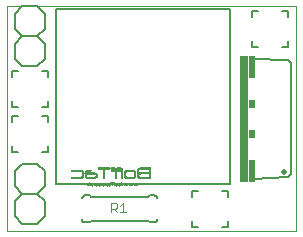
<source format=gto>
G75*
%MOIN*%
%OFA0B0*%
%FSLAX25Y25*%
%IPPOS*%
%LPD*%
%AMOC8*
5,1,8,0,0,1.08239X$1,22.5*
%
%ADD10C,0.00000*%
%ADD11R,0.00200X0.00025*%
%ADD12R,0.00250X0.00025*%
%ADD13R,0.00275X0.00025*%
%ADD14R,0.00300X0.00025*%
%ADD15R,0.00350X0.00025*%
%ADD16R,0.00450X0.00025*%
%ADD17R,0.00425X0.00025*%
%ADD18R,0.00475X0.00025*%
%ADD19R,0.00325X0.00025*%
%ADD20R,0.00725X0.00025*%
%ADD21R,0.00550X0.00025*%
%ADD22R,0.00575X0.00025*%
%ADD23R,0.00775X0.00025*%
%ADD24R,0.00600X0.00025*%
%ADD25R,0.00500X0.00025*%
%ADD26R,0.00650X0.00025*%
%ADD27R,0.00800X0.00025*%
%ADD28R,0.00700X0.00025*%
%ADD29R,0.00825X0.00025*%
%ADD30R,0.00675X0.00025*%
%ADD31R,0.00850X0.00025*%
%ADD32R,0.00375X0.00025*%
%ADD33R,0.00750X0.00025*%
%ADD34R,0.00525X0.00025*%
%ADD35R,0.00875X0.00025*%
%ADD36R,0.00400X0.00025*%
%ADD37R,0.00075X0.00025*%
%ADD38R,0.00125X0.00025*%
%ADD39R,0.00050X0.00025*%
%ADD40R,0.00225X0.00025*%
%ADD41R,0.00625X0.00025*%
%ADD42R,0.00100X0.00025*%
%ADD43R,0.00900X0.00025*%
%ADD44R,0.00175X0.00025*%
%ADD45R,0.03125X0.00025*%
%ADD46R,0.01550X0.00025*%
%ADD47R,0.01850X0.00025*%
%ADD48R,0.02825X0.00025*%
%ADD49R,0.03450X0.00025*%
%ADD50R,0.02100X0.00025*%
%ADD51R,0.02350X0.00025*%
%ADD52R,0.03150X0.00025*%
%ADD53R,0.03625X0.00025*%
%ADD54R,0.02650X0.00025*%
%ADD55R,0.03300X0.00025*%
%ADD56R,0.03750X0.00025*%
%ADD57R,0.02600X0.00025*%
%ADD58R,0.02850X0.00025*%
%ADD59R,0.03425X0.00025*%
%ADD60R,0.03850X0.00025*%
%ADD61R,0.02750X0.00025*%
%ADD62R,0.03025X0.00025*%
%ADD63R,0.03500X0.00025*%
%ADD64R,0.03925X0.00025*%
%ADD65R,0.02900X0.00025*%
%ADD66R,0.03575X0.00025*%
%ADD67R,0.03975X0.00025*%
%ADD68R,0.03000X0.00025*%
%ADD69R,0.03250X0.00025*%
%ADD70R,0.03650X0.00025*%
%ADD71R,0.04025X0.00025*%
%ADD72R,0.03100X0.00025*%
%ADD73R,0.03375X0.00025*%
%ADD74R,0.03700X0.00025*%
%ADD75R,0.04075X0.00025*%
%ADD76R,0.03200X0.00025*%
%ADD77R,0.04125X0.00025*%
%ADD78R,0.03550X0.00025*%
%ADD79R,0.03775X0.00025*%
%ADD80R,0.04150X0.00025*%
%ADD81R,0.03350X0.00025*%
%ADD82R,0.03600X0.00025*%
%ADD83R,0.03825X0.00025*%
%ADD84R,0.04200X0.00025*%
%ADD85R,0.03400X0.00025*%
%ADD86R,0.03675X0.00025*%
%ADD87R,0.04225X0.00025*%
%ADD88R,0.03725X0.00025*%
%ADD89R,0.03875X0.00025*%
%ADD90R,0.04250X0.00025*%
%ADD91R,0.03800X0.00025*%
%ADD92R,0.03900X0.00025*%
%ADD93R,0.04275X0.00025*%
%ADD94R,0.04300X0.00025*%
%ADD95R,0.04325X0.00025*%
%ADD96R,0.03950X0.00025*%
%ADD97R,0.04350X0.00025*%
%ADD98R,0.04375X0.00025*%
%ADD99R,0.04000X0.00025*%
%ADD100R,0.01100X0.00025*%
%ADD101R,0.01075X0.00025*%
%ADD102R,0.01175X0.00025*%
%ADD103R,0.00975X0.00025*%
%ADD104R,0.00950X0.00025*%
%ADD105R,0.00925X0.00025*%
%ADD106R,0.01050X0.00025*%
%ADD107R,0.04050X0.00025*%
%ADD108R,0.04175X0.00025*%
%ADD109R,0.04100X0.00025*%
%ADD110R,0.01125X0.00025*%
%ADD111R,0.01725X0.00025*%
%ADD112R,0.01900X0.00025*%
%ADD113R,0.01775X0.00025*%
%ADD114R,0.01950X0.00025*%
%ADD115R,0.01800X0.00025*%
%ADD116R,0.01925X0.00025*%
%ADD117R,0.01825X0.00025*%
%ADD118R,0.01875X0.00025*%
%ADD119R,0.01750X0.00025*%
%ADD120R,0.01700X0.00025*%
%ADD121R,0.01675X0.00025*%
%ADD122R,0.01600X0.00025*%
%ADD123R,0.01500X0.00025*%
%ADD124R,0.01400X0.00025*%
%ADD125R,0.01275X0.00025*%
%ADD126R,0.03275X0.00025*%
%ADD127R,0.01575X0.00025*%
%ADD128R,0.01150X0.00025*%
%ADD129R,0.01650X0.00025*%
%ADD130R,0.01625X0.00025*%
%ADD131R,0.01525X0.00025*%
%ADD132R,0.01450X0.00025*%
%ADD133R,0.01325X0.00025*%
%ADD134R,0.01200X0.00025*%
%ADD135C,0.00600*%
%ADD136C,0.00800*%
%ADD137C,0.02000*%
%ADD138R,0.03000X0.42000*%
%ADD139R,0.02000X0.07500*%
%ADD140R,0.02000X0.03000*%
%ADD141C,0.00300*%
D10*
X0003000Y0003125D02*
X0003000Y0078086D01*
X0099201Y0078086D01*
X0099201Y0003125D01*
X0003000Y0003125D01*
D11*
X0031437Y0018050D03*
X0033688Y0018250D03*
X0033688Y0018750D03*
X0035213Y0018750D03*
X0035213Y0018250D03*
X0036713Y0018050D03*
X0040738Y0018050D03*
X0040688Y0018950D03*
X0042563Y0018400D03*
X0042563Y0018375D03*
X0042588Y0018475D03*
X0042613Y0018550D03*
X0042613Y0018575D03*
X0042863Y0018600D03*
X0042863Y0018625D03*
X0042888Y0018575D03*
X0042888Y0018550D03*
X0042888Y0018525D03*
X0042913Y0018475D03*
X0042913Y0018450D03*
X0042913Y0018425D03*
X0042938Y0018400D03*
X0042938Y0018375D03*
X0044137Y0018375D03*
X0044137Y0018400D03*
X0044162Y0018475D03*
X0044187Y0018550D03*
X0044187Y0018575D03*
X0044437Y0018600D03*
X0044437Y0018625D03*
X0044462Y0018575D03*
X0044462Y0018550D03*
X0044462Y0018525D03*
X0044487Y0018475D03*
X0044487Y0018450D03*
X0044487Y0018425D03*
X0044512Y0018400D03*
X0044512Y0018375D03*
X0045712Y0018375D03*
X0045712Y0018400D03*
X0045737Y0018475D03*
X0045762Y0018550D03*
X0045762Y0018575D03*
X0046012Y0018600D03*
X0046012Y0018625D03*
X0046037Y0018575D03*
X0046037Y0018550D03*
X0046037Y0018525D03*
X0046062Y0018475D03*
X0046062Y0018450D03*
X0046062Y0018425D03*
X0046087Y0018400D03*
X0046087Y0018375D03*
D12*
X0046362Y0018425D03*
X0046362Y0018450D03*
X0046387Y0018525D03*
X0045887Y0018925D03*
X0045362Y0018675D03*
X0045387Y0018600D03*
X0045387Y0018575D03*
X0045412Y0018525D03*
X0045412Y0018500D03*
X0045412Y0018475D03*
X0045437Y0018450D03*
X0045437Y0018425D03*
X0045437Y0018400D03*
X0045437Y0018375D03*
X0044812Y0018525D03*
X0044787Y0018450D03*
X0044787Y0018425D03*
X0044312Y0018925D03*
X0043787Y0018675D03*
X0043812Y0018600D03*
X0043812Y0018575D03*
X0043837Y0018525D03*
X0043837Y0018500D03*
X0043837Y0018475D03*
X0043862Y0018450D03*
X0043862Y0018425D03*
X0043862Y0018400D03*
X0043862Y0018375D03*
X0043237Y0018525D03*
X0043212Y0018450D03*
X0043212Y0018425D03*
X0042738Y0018925D03*
X0042213Y0018675D03*
X0042238Y0018600D03*
X0042238Y0018575D03*
X0042263Y0018525D03*
X0042263Y0018500D03*
X0042263Y0018475D03*
X0042288Y0018450D03*
X0042288Y0018425D03*
X0042288Y0018400D03*
X0042288Y0018375D03*
X0039713Y0018050D03*
X0039713Y0018950D03*
X0032988Y0018950D03*
X0032988Y0018050D03*
D13*
X0033300Y0018350D03*
X0033325Y0018450D03*
X0033325Y0018475D03*
X0033325Y0018500D03*
X0033325Y0018525D03*
X0033325Y0018550D03*
X0033300Y0018650D03*
X0032675Y0018650D03*
X0032650Y0018550D03*
X0032650Y0018525D03*
X0032650Y0018500D03*
X0032650Y0018475D03*
X0032650Y0018450D03*
X0032675Y0018350D03*
X0032150Y0018350D03*
X0032150Y0018325D03*
X0032150Y0018300D03*
X0032150Y0018275D03*
X0032150Y0018250D03*
X0032150Y0018225D03*
X0032150Y0018200D03*
X0032150Y0018175D03*
X0032150Y0018150D03*
X0032150Y0018125D03*
X0032150Y0018100D03*
X0032150Y0018075D03*
X0031600Y0018425D03*
X0031600Y0018450D03*
X0031600Y0018475D03*
X0031600Y0018500D03*
X0031600Y0018525D03*
X0031600Y0018550D03*
X0031600Y0018575D03*
X0031600Y0018600D03*
X0031600Y0018625D03*
X0031600Y0018650D03*
X0031600Y0018675D03*
X0031600Y0018700D03*
X0031600Y0018725D03*
X0031600Y0018750D03*
X0031600Y0018775D03*
X0031600Y0018800D03*
X0031600Y0018825D03*
X0031600Y0018850D03*
X0031600Y0018875D03*
X0031600Y0018900D03*
X0031600Y0018925D03*
X0033900Y0018950D03*
X0034275Y0018525D03*
X0034275Y0018500D03*
X0034275Y0018475D03*
X0034775Y0018350D03*
X0034775Y0018325D03*
X0034775Y0018300D03*
X0034775Y0018275D03*
X0034775Y0018250D03*
X0034775Y0018225D03*
X0034775Y0018200D03*
X0034775Y0018175D03*
X0034775Y0018150D03*
X0034775Y0018125D03*
X0034775Y0018100D03*
X0034775Y0018075D03*
X0035425Y0018050D03*
X0035800Y0018475D03*
X0035800Y0018500D03*
X0035800Y0018525D03*
X0036275Y0018450D03*
X0036275Y0018425D03*
X0036275Y0018400D03*
X0036275Y0018375D03*
X0036275Y0018350D03*
X0036275Y0018325D03*
X0036275Y0018300D03*
X0036275Y0018125D03*
X0036275Y0018100D03*
X0036275Y0018075D03*
X0036275Y0018650D03*
X0036275Y0018675D03*
X0036875Y0018375D03*
X0036875Y0018350D03*
X0036875Y0018325D03*
X0036875Y0018300D03*
X0037325Y0018050D03*
X0037525Y0018325D03*
X0037525Y0018350D03*
X0037525Y0018375D03*
X0037525Y0018400D03*
X0037525Y0018425D03*
X0037525Y0018450D03*
X0037525Y0018475D03*
X0037525Y0018500D03*
X0037525Y0018525D03*
X0037525Y0018550D03*
X0037525Y0018575D03*
X0037525Y0018600D03*
X0037525Y0018625D03*
X0037525Y0018650D03*
X0037525Y0018675D03*
X0037525Y0018700D03*
X0037525Y0018725D03*
X0037525Y0018950D03*
X0037525Y0018975D03*
X0037525Y0019000D03*
X0037525Y0019025D03*
X0037525Y0019050D03*
X0037525Y0019075D03*
X0037525Y0019100D03*
X0037525Y0019125D03*
X0037525Y0019150D03*
X0037525Y0019175D03*
X0038175Y0019050D03*
X0038200Y0019025D03*
X0038200Y0019000D03*
X0038200Y0018975D03*
X0038200Y0018950D03*
X0038200Y0018725D03*
X0038200Y0018700D03*
X0038200Y0018675D03*
X0038200Y0018650D03*
X0038200Y0018625D03*
X0038200Y0018600D03*
X0038200Y0018575D03*
X0038200Y0018550D03*
X0038200Y0018525D03*
X0038200Y0018500D03*
X0038200Y0018475D03*
X0038200Y0018450D03*
X0038200Y0018425D03*
X0038200Y0018400D03*
X0038200Y0018375D03*
X0038200Y0018350D03*
X0038200Y0018325D03*
X0038200Y0018300D03*
X0038200Y0018275D03*
X0038200Y0018250D03*
X0038200Y0018225D03*
X0038200Y0018200D03*
X0038200Y0018175D03*
X0038200Y0018150D03*
X0038200Y0018125D03*
X0038200Y0018100D03*
X0038200Y0018075D03*
X0038875Y0018075D03*
X0038875Y0018100D03*
X0038875Y0018125D03*
X0038875Y0018150D03*
X0038875Y0018175D03*
X0038875Y0018200D03*
X0038875Y0018225D03*
X0038875Y0018250D03*
X0038875Y0018275D03*
X0038875Y0018300D03*
X0038875Y0018325D03*
X0038875Y0018350D03*
X0038875Y0018375D03*
X0038875Y0018400D03*
X0038875Y0018425D03*
X0038875Y0018450D03*
X0038875Y0018475D03*
X0038875Y0018500D03*
X0038875Y0018525D03*
X0038875Y0018550D03*
X0038875Y0018575D03*
X0038875Y0018600D03*
X0038875Y0018625D03*
X0038875Y0018650D03*
X0038875Y0018675D03*
X0038875Y0018700D03*
X0038875Y0018725D03*
X0038875Y0018950D03*
X0038875Y0018975D03*
X0038875Y0019000D03*
X0038875Y0019025D03*
X0038850Y0019050D03*
X0039400Y0018650D03*
X0039375Y0018550D03*
X0039375Y0018525D03*
X0039375Y0018500D03*
X0039375Y0018475D03*
X0039375Y0018450D03*
X0039400Y0018350D03*
X0040025Y0018350D03*
X0040050Y0018450D03*
X0040050Y0018475D03*
X0040050Y0018500D03*
X0040050Y0018525D03*
X0040050Y0018550D03*
X0040025Y0018650D03*
X0040475Y0018550D03*
X0040475Y0018525D03*
X0040475Y0018500D03*
X0040475Y0018475D03*
X0040475Y0018450D03*
X0040500Y0018350D03*
X0041125Y0018075D03*
X0041675Y0018075D03*
X0041675Y0018100D03*
X0041675Y0018125D03*
X0041675Y0018150D03*
X0041675Y0018175D03*
X0041675Y0018200D03*
X0041675Y0018225D03*
X0041675Y0018250D03*
X0041675Y0018275D03*
X0041675Y0018300D03*
X0041675Y0018325D03*
X0041675Y0018350D03*
X0042250Y0018550D03*
X0042225Y0018625D03*
X0042225Y0018650D03*
X0042200Y0018700D03*
X0042200Y0018725D03*
X0042200Y0018750D03*
X0042175Y0018775D03*
X0042175Y0018800D03*
X0042175Y0018825D03*
X0042175Y0018850D03*
X0042150Y0018900D03*
X0042150Y0018925D03*
X0042750Y0018900D03*
X0043300Y0018775D03*
X0043300Y0018750D03*
X0043300Y0018725D03*
X0043275Y0018675D03*
X0043275Y0018650D03*
X0043275Y0018625D03*
X0043250Y0018600D03*
X0043250Y0018575D03*
X0043250Y0018550D03*
X0043225Y0018500D03*
X0043225Y0018475D03*
X0043200Y0018400D03*
X0043200Y0018375D03*
X0043325Y0018825D03*
X0043325Y0018850D03*
X0043350Y0018925D03*
X0043725Y0018925D03*
X0043725Y0018900D03*
X0043750Y0018850D03*
X0043750Y0018825D03*
X0043750Y0018800D03*
X0043750Y0018775D03*
X0043775Y0018750D03*
X0043775Y0018725D03*
X0043775Y0018700D03*
X0043800Y0018650D03*
X0043800Y0018625D03*
X0043825Y0018550D03*
X0044325Y0018900D03*
X0044875Y0018775D03*
X0044875Y0018750D03*
X0044875Y0018725D03*
X0044850Y0018675D03*
X0044850Y0018650D03*
X0044850Y0018625D03*
X0044825Y0018600D03*
X0044825Y0018575D03*
X0044825Y0018550D03*
X0044800Y0018500D03*
X0044800Y0018475D03*
X0044775Y0018400D03*
X0044775Y0018375D03*
X0044900Y0018825D03*
X0044900Y0018850D03*
X0044925Y0018925D03*
X0045300Y0018925D03*
X0045300Y0018900D03*
X0045325Y0018850D03*
X0045325Y0018825D03*
X0045325Y0018800D03*
X0045325Y0018775D03*
X0045350Y0018750D03*
X0045350Y0018725D03*
X0045350Y0018700D03*
X0045375Y0018650D03*
X0045375Y0018625D03*
X0045400Y0018550D03*
X0045900Y0018900D03*
X0046450Y0018775D03*
X0046450Y0018750D03*
X0046450Y0018725D03*
X0046425Y0018675D03*
X0046425Y0018650D03*
X0046425Y0018625D03*
X0046400Y0018600D03*
X0046400Y0018575D03*
X0046400Y0018550D03*
X0046375Y0018500D03*
X0046375Y0018475D03*
X0046350Y0018400D03*
X0046350Y0018375D03*
X0046475Y0018825D03*
X0046475Y0018850D03*
X0046500Y0018925D03*
X0035425Y0018950D03*
X0033900Y0018050D03*
D14*
X0034238Y0018325D03*
X0034238Y0018350D03*
X0034263Y0018375D03*
X0034263Y0018400D03*
X0034263Y0018425D03*
X0034263Y0018450D03*
X0034263Y0018550D03*
X0034263Y0018575D03*
X0034263Y0018600D03*
X0034263Y0018625D03*
X0034238Y0018650D03*
X0034238Y0018675D03*
X0033313Y0018625D03*
X0033313Y0018600D03*
X0033313Y0018575D03*
X0033288Y0018675D03*
X0033288Y0018700D03*
X0033263Y0018725D03*
X0033313Y0018425D03*
X0033313Y0018400D03*
X0033313Y0018375D03*
X0033288Y0018325D03*
X0033288Y0018300D03*
X0033263Y0018275D03*
X0032712Y0018275D03*
X0032687Y0018300D03*
X0032687Y0018325D03*
X0032662Y0018375D03*
X0032662Y0018400D03*
X0032662Y0018425D03*
X0032662Y0018575D03*
X0032662Y0018600D03*
X0032662Y0018625D03*
X0032687Y0018675D03*
X0032687Y0018700D03*
X0032712Y0018725D03*
X0031587Y0018400D03*
X0031587Y0018375D03*
X0031587Y0018350D03*
X0031587Y0018325D03*
X0030987Y0018325D03*
X0030987Y0018350D03*
X0030987Y0018375D03*
X0030987Y0018400D03*
X0030987Y0018425D03*
X0030987Y0018450D03*
X0030987Y0018475D03*
X0030987Y0018500D03*
X0030987Y0018525D03*
X0030987Y0018550D03*
X0030987Y0018575D03*
X0030987Y0018600D03*
X0030987Y0018625D03*
X0030987Y0018650D03*
X0030987Y0018675D03*
X0030987Y0018700D03*
X0030987Y0018725D03*
X0030987Y0018750D03*
X0030987Y0018775D03*
X0030987Y0018800D03*
X0030987Y0018825D03*
X0030987Y0018850D03*
X0030987Y0018875D03*
X0030987Y0018900D03*
X0030987Y0018925D03*
X0030437Y0018925D03*
X0030437Y0018950D03*
X0030437Y0018975D03*
X0030437Y0019000D03*
X0030437Y0019025D03*
X0030437Y0019050D03*
X0030437Y0019075D03*
X0030437Y0019100D03*
X0030437Y0019125D03*
X0030437Y0019150D03*
X0030437Y0019175D03*
X0030437Y0019200D03*
X0030437Y0019225D03*
X0030437Y0019250D03*
X0030437Y0019275D03*
X0030437Y0018900D03*
X0030437Y0018875D03*
X0030437Y0018850D03*
X0030437Y0018825D03*
X0030437Y0018800D03*
X0030437Y0018775D03*
X0030437Y0018750D03*
X0030437Y0018725D03*
X0030437Y0018700D03*
X0030437Y0018675D03*
X0030437Y0018650D03*
X0030437Y0018625D03*
X0030437Y0018600D03*
X0030437Y0018375D03*
X0030437Y0018350D03*
X0030437Y0018325D03*
X0030437Y0018300D03*
X0030437Y0018275D03*
X0030437Y0018250D03*
X0030437Y0018225D03*
X0030437Y0018200D03*
X0030437Y0018175D03*
X0030437Y0018150D03*
X0030437Y0018125D03*
X0030437Y0018100D03*
X0030437Y0018075D03*
X0029987Y0018325D03*
X0030012Y0018375D03*
X0030037Y0018400D03*
X0029937Y0018250D03*
X0029887Y0018175D03*
X0030112Y0018600D03*
X0030087Y0018625D03*
X0030062Y0018650D03*
X0030037Y0018675D03*
X0029987Y0018750D03*
X0029962Y0018775D03*
X0029862Y0018900D03*
X0030987Y0018125D03*
X0030987Y0018100D03*
X0030987Y0018075D03*
X0035763Y0018325D03*
X0035763Y0018350D03*
X0035788Y0018375D03*
X0035788Y0018400D03*
X0035788Y0018425D03*
X0035788Y0018450D03*
X0035788Y0018550D03*
X0035788Y0018575D03*
X0035788Y0018600D03*
X0035788Y0018625D03*
X0035763Y0018650D03*
X0035763Y0018675D03*
X0036288Y0018700D03*
X0036288Y0018275D03*
X0036863Y0018275D03*
X0036863Y0018400D03*
X0037513Y0018300D03*
X0037513Y0018275D03*
X0038163Y0019075D03*
X0037963Y0019275D03*
X0038638Y0019275D03*
X0038838Y0019075D03*
X0039413Y0018700D03*
X0039413Y0018675D03*
X0039438Y0018725D03*
X0039388Y0018625D03*
X0039388Y0018600D03*
X0039388Y0018575D03*
X0039388Y0018425D03*
X0039388Y0018400D03*
X0039388Y0018375D03*
X0039413Y0018325D03*
X0039413Y0018300D03*
X0039438Y0018275D03*
X0039988Y0018275D03*
X0040013Y0018300D03*
X0040013Y0018325D03*
X0040038Y0018375D03*
X0040038Y0018400D03*
X0040038Y0018425D03*
X0040038Y0018575D03*
X0040038Y0018600D03*
X0040038Y0018625D03*
X0040013Y0018675D03*
X0040013Y0018700D03*
X0039988Y0018725D03*
X0040488Y0018650D03*
X0040488Y0018625D03*
X0040488Y0018600D03*
X0040488Y0018575D03*
X0040513Y0018675D03*
X0040488Y0018425D03*
X0040488Y0018400D03*
X0040488Y0018375D03*
X0040513Y0018325D03*
X0041113Y0018325D03*
X0041113Y0018350D03*
X0041113Y0018375D03*
X0041113Y0018400D03*
X0041113Y0018425D03*
X0041113Y0018450D03*
X0041113Y0018475D03*
X0041113Y0018500D03*
X0041113Y0018525D03*
X0041113Y0018550D03*
X0041113Y0018575D03*
X0041113Y0018600D03*
X0041113Y0018625D03*
X0041113Y0018650D03*
X0041113Y0018675D03*
X0041113Y0018700D03*
X0041113Y0018875D03*
X0041113Y0018900D03*
X0041113Y0018925D03*
X0041113Y0018950D03*
X0041113Y0018975D03*
X0041113Y0019000D03*
X0041113Y0019025D03*
X0041113Y0019050D03*
X0041113Y0019075D03*
X0041113Y0019100D03*
X0041113Y0019125D03*
X0041113Y0019150D03*
X0041113Y0019175D03*
X0041113Y0019200D03*
X0041113Y0019225D03*
X0041113Y0019250D03*
X0041113Y0019275D03*
X0042163Y0018875D03*
X0042738Y0018875D03*
X0042738Y0018850D03*
X0042738Y0018825D03*
X0043287Y0018700D03*
X0043312Y0018800D03*
X0043337Y0018875D03*
X0043337Y0018900D03*
X0043737Y0018875D03*
X0044312Y0018875D03*
X0044312Y0018850D03*
X0044312Y0018825D03*
X0044862Y0018700D03*
X0044887Y0018800D03*
X0044912Y0018875D03*
X0044912Y0018900D03*
X0045312Y0018875D03*
X0045887Y0018875D03*
X0045887Y0018850D03*
X0045887Y0018825D03*
X0046437Y0018700D03*
X0046462Y0018800D03*
X0046487Y0018875D03*
X0046487Y0018900D03*
X0046237Y0018075D03*
X0045562Y0018075D03*
X0044662Y0018075D03*
X0043987Y0018075D03*
X0043088Y0018075D03*
X0042413Y0018075D03*
X0041113Y0018250D03*
X0041113Y0018275D03*
X0041113Y0018300D03*
D15*
X0040738Y0018075D03*
X0039963Y0018250D03*
X0039963Y0018750D03*
X0039463Y0018750D03*
X0039463Y0018250D03*
X0036713Y0018075D03*
X0036338Y0018750D03*
X0036588Y0018950D03*
X0033238Y0018750D03*
X0033238Y0018250D03*
X0032737Y0018250D03*
X0032737Y0018750D03*
X0030412Y0018425D03*
X0042413Y0018150D03*
X0043088Y0018150D03*
X0042738Y0018750D03*
X0042738Y0018775D03*
X0043987Y0018150D03*
X0044662Y0018150D03*
X0044312Y0018750D03*
X0044312Y0018775D03*
X0045562Y0018150D03*
X0046237Y0018150D03*
X0045887Y0018750D03*
X0045887Y0018775D03*
D16*
X0045562Y0018325D03*
X0045562Y0018300D03*
X0046237Y0018300D03*
X0046237Y0018325D03*
X0044662Y0018325D03*
X0044662Y0018300D03*
X0043987Y0018300D03*
X0043987Y0018325D03*
X0043088Y0018325D03*
X0043088Y0018300D03*
X0042413Y0018300D03*
X0042413Y0018325D03*
X0039713Y0018075D03*
X0039713Y0018925D03*
X0036363Y0018625D03*
X0032988Y0018925D03*
X0032988Y0018075D03*
D17*
X0031425Y0018100D03*
X0035350Y0020525D03*
X0036775Y0018450D03*
X0036700Y0018100D03*
X0037325Y0018075D03*
X0038000Y0019225D03*
X0038675Y0019225D03*
X0039100Y0020525D03*
X0041300Y0020525D03*
X0042750Y0018650D03*
X0042425Y0018275D03*
X0042425Y0018250D03*
X0043075Y0018250D03*
X0043075Y0018275D03*
X0044000Y0018275D03*
X0044000Y0018250D03*
X0044325Y0018650D03*
X0044650Y0018275D03*
X0044650Y0018250D03*
X0045575Y0018250D03*
X0045575Y0018275D03*
X0045900Y0018650D03*
X0046225Y0018275D03*
X0046225Y0018250D03*
D18*
X0046225Y0018350D03*
X0045575Y0018350D03*
X0044650Y0018350D03*
X0044000Y0018350D03*
X0043075Y0018350D03*
X0042425Y0018350D03*
X0040700Y0018875D03*
X0038700Y0019175D03*
X0038700Y0019200D03*
X0038025Y0019200D03*
X0038025Y0019175D03*
X0037350Y0018100D03*
X0036700Y0018125D03*
X0035425Y0018075D03*
X0035425Y0018925D03*
X0033900Y0018925D03*
X0033900Y0018075D03*
X0031425Y0018125D03*
D19*
X0031425Y0018075D03*
X0031550Y0018275D03*
X0031575Y0018300D03*
X0031000Y0018300D03*
X0030425Y0018400D03*
X0030050Y0018425D03*
X0030000Y0018350D03*
X0029975Y0018300D03*
X0029950Y0018275D03*
X0029925Y0018225D03*
X0029900Y0018200D03*
X0029875Y0018150D03*
X0029850Y0018125D03*
X0029825Y0018100D03*
X0029825Y0018075D03*
X0030025Y0018700D03*
X0030000Y0018725D03*
X0029950Y0018800D03*
X0029925Y0018825D03*
X0029900Y0018850D03*
X0029875Y0018875D03*
X0029850Y0018925D03*
X0034200Y0018725D03*
X0034225Y0018700D03*
X0034225Y0018300D03*
X0034200Y0018275D03*
X0035725Y0018275D03*
X0035750Y0018300D03*
X0035750Y0018700D03*
X0035725Y0018725D03*
X0036300Y0018725D03*
X0036825Y0018425D03*
X0036850Y0018250D03*
X0037500Y0018250D03*
X0040525Y0018300D03*
X0040550Y0018275D03*
X0040525Y0018700D03*
X0040675Y0018925D03*
X0042425Y0018125D03*
X0042425Y0018100D03*
X0043075Y0018100D03*
X0043075Y0018125D03*
X0042750Y0018800D03*
X0044000Y0018125D03*
X0044000Y0018100D03*
X0044650Y0018100D03*
X0044650Y0018125D03*
X0044325Y0018800D03*
X0045575Y0018125D03*
X0045575Y0018100D03*
X0046225Y0018100D03*
X0046225Y0018125D03*
X0045900Y0018800D03*
D20*
X0045550Y0021175D03*
X0046675Y0021200D03*
X0046700Y0021175D03*
X0046675Y0021875D03*
X0046700Y0021900D03*
X0046750Y0022700D03*
X0046725Y0023475D03*
X0046750Y0023500D03*
X0042425Y0021175D03*
X0041225Y0023525D03*
X0039025Y0023525D03*
X0036575Y0018850D03*
X0035475Y0018800D03*
X0035475Y0018200D03*
X0033950Y0018200D03*
X0033950Y0018800D03*
X0032725Y0021175D03*
X0032700Y0021900D03*
X0029325Y0022725D03*
X0029300Y0021175D03*
X0028125Y0021175D03*
X0040900Y0018100D03*
D21*
X0039713Y0018100D03*
X0039713Y0018900D03*
X0039113Y0020575D03*
X0041313Y0020575D03*
X0037388Y0018225D03*
X0032988Y0018100D03*
X0032988Y0018900D03*
D22*
X0033900Y0018900D03*
X0033900Y0018100D03*
X0035425Y0018100D03*
X0035425Y0018900D03*
X0035350Y0020575D03*
X0039100Y0020600D03*
X0041300Y0020600D03*
D23*
X0042450Y0021125D03*
X0042450Y0022725D03*
X0041175Y0023575D03*
X0038975Y0023575D03*
X0036550Y0018800D03*
X0036550Y0018775D03*
X0036525Y0018525D03*
X0039700Y0018200D03*
X0040875Y0018125D03*
X0045525Y0021125D03*
X0046725Y0021150D03*
X0046750Y0021125D03*
X0046725Y0021950D03*
X0045525Y0022725D03*
X0046775Y0023525D03*
X0032675Y0021925D03*
X0032675Y0021125D03*
X0029350Y0021125D03*
X0028100Y0021125D03*
X0028100Y0022725D03*
X0029350Y0022750D03*
X0032975Y0018200D03*
D24*
X0032988Y0018125D03*
X0032988Y0018875D03*
X0030287Y0018575D03*
X0030287Y0018550D03*
X0035338Y0020600D03*
X0036613Y0018925D03*
X0036438Y0018600D03*
X0039713Y0018875D03*
X0039713Y0018125D03*
X0039113Y0020625D03*
X0041313Y0020625D03*
D25*
X0041313Y0020550D03*
X0039113Y0020550D03*
X0038713Y0019150D03*
X0038038Y0019150D03*
X0037363Y0018150D03*
X0037363Y0018125D03*
D26*
X0035438Y0018125D03*
X0035438Y0018875D03*
X0033913Y0018875D03*
X0033913Y0018125D03*
X0035338Y0020650D03*
X0035338Y0020675D03*
X0035338Y0020700D03*
X0035338Y0020725D03*
X0035338Y0020750D03*
X0035338Y0020775D03*
X0035338Y0020800D03*
X0035338Y0020825D03*
X0035338Y0020850D03*
X0035338Y0020875D03*
X0035338Y0020900D03*
X0035338Y0020925D03*
X0035338Y0020950D03*
X0035338Y0020975D03*
X0035338Y0021000D03*
X0035338Y0021025D03*
X0035338Y0021050D03*
X0035338Y0021075D03*
X0035338Y0021100D03*
X0035338Y0021125D03*
X0035338Y0021150D03*
X0035338Y0021175D03*
X0035338Y0021200D03*
X0035338Y0021225D03*
X0035338Y0021250D03*
X0035338Y0021275D03*
X0035338Y0021300D03*
X0035338Y0021325D03*
X0035338Y0021350D03*
X0035338Y0021375D03*
X0035338Y0021400D03*
X0035338Y0021425D03*
X0035338Y0021450D03*
X0035338Y0021475D03*
X0035338Y0021500D03*
X0035338Y0021525D03*
X0035338Y0021550D03*
X0035338Y0021575D03*
X0035338Y0021600D03*
X0035338Y0021625D03*
X0035338Y0021650D03*
X0035338Y0021675D03*
X0035338Y0021700D03*
X0035338Y0021725D03*
X0035338Y0021750D03*
X0035338Y0021775D03*
X0035338Y0021800D03*
X0035338Y0021825D03*
X0035338Y0021850D03*
X0035338Y0021875D03*
X0035338Y0021900D03*
X0035338Y0021925D03*
X0035338Y0021950D03*
X0035338Y0021975D03*
X0035338Y0022000D03*
X0035338Y0022025D03*
X0035338Y0022050D03*
X0035338Y0022075D03*
X0035338Y0022100D03*
X0035338Y0022125D03*
X0035338Y0022150D03*
X0035338Y0022175D03*
X0035338Y0022200D03*
X0035338Y0022225D03*
X0035338Y0022250D03*
X0035338Y0022275D03*
X0035338Y0022300D03*
X0035338Y0022325D03*
X0035338Y0022350D03*
X0035338Y0022375D03*
X0035338Y0022400D03*
X0035338Y0022425D03*
X0035338Y0022450D03*
X0035338Y0022475D03*
X0035338Y0022500D03*
X0035338Y0022525D03*
X0035338Y0022550D03*
X0035338Y0022575D03*
X0035338Y0022600D03*
X0035338Y0022625D03*
X0035338Y0022650D03*
X0035338Y0022675D03*
X0035338Y0022700D03*
X0035338Y0022725D03*
X0035338Y0022750D03*
X0035338Y0022775D03*
X0035338Y0022800D03*
X0035338Y0022825D03*
X0035338Y0022850D03*
X0035338Y0022875D03*
X0035338Y0022900D03*
X0035338Y0022925D03*
X0035338Y0022950D03*
X0035338Y0022975D03*
X0035338Y0023000D03*
X0035338Y0023025D03*
X0035338Y0023050D03*
X0035338Y0023075D03*
X0035338Y0023100D03*
X0035338Y0023125D03*
X0035338Y0023150D03*
X0035338Y0023175D03*
X0035338Y0023200D03*
X0035338Y0023225D03*
X0035338Y0023250D03*
X0035338Y0023275D03*
X0035338Y0023300D03*
X0035338Y0023325D03*
X0035338Y0023350D03*
X0035338Y0023375D03*
X0035338Y0023400D03*
X0035338Y0023425D03*
X0035338Y0023450D03*
X0035338Y0023475D03*
X0035338Y0023500D03*
X0035338Y0023525D03*
X0035338Y0023550D03*
X0035338Y0023575D03*
X0038013Y0024125D03*
X0039088Y0023425D03*
X0039088Y0023400D03*
X0040213Y0024125D03*
X0041288Y0023425D03*
X0041288Y0023400D03*
X0042363Y0022575D03*
X0042363Y0022550D03*
X0042363Y0021300D03*
X0042363Y0021275D03*
X0045612Y0021275D03*
X0045612Y0021300D03*
X0046612Y0021450D03*
X0046612Y0021475D03*
X0046612Y0021500D03*
X0046612Y0021525D03*
X0046612Y0021550D03*
X0046612Y0021575D03*
X0046612Y0021600D03*
X0046687Y0022800D03*
X0046687Y0022825D03*
X0046662Y0022850D03*
X0046662Y0022875D03*
X0046662Y0022900D03*
X0046637Y0023050D03*
X0046637Y0023075D03*
X0046637Y0023100D03*
X0046637Y0023125D03*
X0046637Y0023150D03*
X0046637Y0023175D03*
X0046662Y0023300D03*
X0046662Y0023325D03*
X0046662Y0023350D03*
X0046687Y0023400D03*
X0045612Y0022575D03*
X0045612Y0022550D03*
X0050462Y0022625D03*
X0050462Y0022650D03*
X0050462Y0022675D03*
X0050462Y0022700D03*
X0050462Y0022725D03*
X0050462Y0022750D03*
X0050462Y0022775D03*
X0050462Y0022800D03*
X0050462Y0022825D03*
X0050462Y0022850D03*
X0050462Y0022875D03*
X0050462Y0022900D03*
X0050462Y0022925D03*
X0050462Y0022950D03*
X0050462Y0022975D03*
X0050462Y0023000D03*
X0050462Y0023025D03*
X0050462Y0023050D03*
X0050462Y0023075D03*
X0050462Y0023100D03*
X0050462Y0023125D03*
X0050462Y0023150D03*
X0050462Y0023175D03*
X0050462Y0023200D03*
X0050462Y0023225D03*
X0050462Y0023250D03*
X0050462Y0023275D03*
X0050462Y0023300D03*
X0050462Y0023325D03*
X0050462Y0023350D03*
X0050462Y0023375D03*
X0050462Y0023400D03*
X0050462Y0023425D03*
X0050462Y0023450D03*
X0050462Y0023475D03*
X0050462Y0023500D03*
X0050462Y0023525D03*
X0050462Y0023550D03*
X0050462Y0023575D03*
X0050462Y0022050D03*
X0050462Y0022025D03*
X0050462Y0022000D03*
X0050462Y0021975D03*
X0050462Y0021950D03*
X0050462Y0021925D03*
X0050462Y0021900D03*
X0050462Y0021875D03*
X0050462Y0021850D03*
X0050462Y0021825D03*
X0050462Y0021800D03*
X0050462Y0021775D03*
X0050462Y0021750D03*
X0050462Y0021725D03*
X0050462Y0021700D03*
X0050462Y0021675D03*
X0050462Y0021650D03*
X0050462Y0021625D03*
X0050462Y0021600D03*
X0050462Y0021575D03*
X0050462Y0021550D03*
X0050462Y0021525D03*
X0050462Y0021500D03*
X0050462Y0021475D03*
X0050462Y0021450D03*
X0050462Y0021425D03*
X0050462Y0021400D03*
X0050462Y0021375D03*
X0050462Y0021350D03*
X0050462Y0021325D03*
X0050462Y0021300D03*
X0050462Y0021275D03*
X0050462Y0021250D03*
X0050462Y0021225D03*
X0050462Y0021200D03*
X0050462Y0021175D03*
X0050462Y0021150D03*
X0050462Y0021125D03*
X0050462Y0021100D03*
X0050462Y0021075D03*
X0050462Y0021050D03*
X0032762Y0021250D03*
X0032762Y0021275D03*
X0032762Y0021775D03*
X0032762Y0021800D03*
X0029262Y0021250D03*
X0029237Y0021275D03*
X0029237Y0021300D03*
X0029237Y0021325D03*
X0028187Y0021300D03*
X0028187Y0021275D03*
X0028187Y0022550D03*
X0028187Y0022575D03*
X0029237Y0022575D03*
X0029262Y0022650D03*
X0030262Y0018500D03*
X0030262Y0018475D03*
D27*
X0032988Y0018225D03*
X0032988Y0018775D03*
X0032988Y0018800D03*
X0032637Y0021950D03*
X0030487Y0023325D03*
X0036538Y0018500D03*
X0039713Y0018225D03*
X0039713Y0018775D03*
X0039713Y0018800D03*
X0040863Y0018150D03*
X0046762Y0021975D03*
D28*
X0046662Y0021850D03*
X0046662Y0021825D03*
X0046637Y0021775D03*
X0046637Y0021300D03*
X0046662Y0021250D03*
X0046662Y0021225D03*
X0045587Y0021200D03*
X0045587Y0022650D03*
X0045562Y0022675D03*
X0046712Y0022750D03*
X0046737Y0022725D03*
X0046712Y0023450D03*
X0042413Y0022675D03*
X0042388Y0022650D03*
X0041238Y0023500D03*
X0039038Y0023500D03*
X0042388Y0021200D03*
X0039713Y0018850D03*
X0039713Y0018150D03*
X0036588Y0018875D03*
X0036488Y0018575D03*
X0035463Y0018825D03*
X0035463Y0018175D03*
X0033938Y0018175D03*
X0033938Y0018825D03*
X0032988Y0018850D03*
X0032988Y0018150D03*
X0032737Y0021200D03*
X0032737Y0021850D03*
X0032712Y0021875D03*
X0029287Y0021200D03*
X0028162Y0021200D03*
X0028162Y0022650D03*
X0028137Y0022675D03*
X0029287Y0022700D03*
D29*
X0029375Y0022775D03*
X0028075Y0022750D03*
X0028075Y0021100D03*
X0029375Y0021100D03*
X0032650Y0021100D03*
X0036550Y0018475D03*
X0036550Y0018150D03*
X0040850Y0018175D03*
X0040850Y0018850D03*
X0042475Y0021100D03*
X0042475Y0022750D03*
X0045500Y0022750D03*
X0046825Y0022650D03*
X0045500Y0021100D03*
D30*
X0045600Y0021225D03*
X0045600Y0021250D03*
X0046625Y0021325D03*
X0046625Y0021350D03*
X0046625Y0021375D03*
X0046625Y0021400D03*
X0046625Y0021425D03*
X0046650Y0021275D03*
X0046625Y0021625D03*
X0046625Y0021650D03*
X0046625Y0021675D03*
X0046625Y0021700D03*
X0046625Y0021725D03*
X0046625Y0021750D03*
X0046650Y0021800D03*
X0046700Y0022775D03*
X0046675Y0023375D03*
X0046700Y0023425D03*
X0045600Y0022625D03*
X0045600Y0022600D03*
X0042375Y0022600D03*
X0042375Y0022625D03*
X0041275Y0023450D03*
X0041250Y0023475D03*
X0039075Y0023450D03*
X0039050Y0023475D03*
X0035350Y0023600D03*
X0032750Y0021825D03*
X0032750Y0021225D03*
X0033925Y0018850D03*
X0033925Y0018150D03*
X0035450Y0018150D03*
X0035450Y0018850D03*
X0036600Y0018900D03*
X0037450Y0018900D03*
X0037450Y0018925D03*
X0037450Y0018875D03*
X0037450Y0018850D03*
X0037450Y0018825D03*
X0037450Y0018800D03*
X0037450Y0018775D03*
X0037450Y0018750D03*
X0042375Y0021225D03*
X0042375Y0021250D03*
X0050450Y0022600D03*
X0050450Y0023600D03*
X0030250Y0018450D03*
X0029275Y0021225D03*
X0028175Y0021225D03*
X0028175Y0021250D03*
X0028175Y0022600D03*
X0028175Y0022625D03*
X0029275Y0022675D03*
D31*
X0031262Y0018175D03*
X0031262Y0018150D03*
X0036563Y0018175D03*
X0036563Y0018200D03*
X0040838Y0018200D03*
X0040838Y0018225D03*
X0040838Y0018825D03*
X0041138Y0023600D03*
X0038938Y0023600D03*
X0046812Y0023550D03*
X0046787Y0022000D03*
X0046787Y0021100D03*
D32*
X0045900Y0018725D03*
X0045575Y0018200D03*
X0045575Y0018175D03*
X0046225Y0018175D03*
X0046225Y0018200D03*
X0044650Y0018200D03*
X0044650Y0018175D03*
X0044325Y0018725D03*
X0044000Y0018200D03*
X0044000Y0018175D03*
X0043075Y0018175D03*
X0043075Y0018200D03*
X0042750Y0018725D03*
X0042425Y0018200D03*
X0042425Y0018175D03*
X0041075Y0018725D03*
X0040550Y0018725D03*
X0040575Y0018250D03*
X0036325Y0018250D03*
X0035700Y0018250D03*
X0035700Y0018750D03*
X0034175Y0018750D03*
X0034175Y0018250D03*
X0031025Y0018275D03*
D33*
X0032988Y0018175D03*
X0032988Y0018825D03*
X0033963Y0018775D03*
X0033963Y0018225D03*
X0035488Y0018225D03*
X0035488Y0018775D03*
X0036513Y0018550D03*
X0036563Y0018825D03*
X0039713Y0018825D03*
X0039713Y0018175D03*
X0042438Y0021150D03*
X0042438Y0022700D03*
X0041213Y0023550D03*
X0039013Y0023550D03*
X0032687Y0021150D03*
X0029312Y0021150D03*
X0028112Y0021150D03*
X0028112Y0022700D03*
X0045537Y0022700D03*
X0046787Y0022675D03*
X0046712Y0021925D03*
X0045537Y0021150D03*
D34*
X0038725Y0019125D03*
X0038725Y0019100D03*
X0038050Y0019100D03*
X0038050Y0019125D03*
X0037375Y0018200D03*
X0037375Y0018175D03*
X0035350Y0020550D03*
D35*
X0036575Y0018225D03*
X0040825Y0018775D03*
X0040825Y0018800D03*
X0042525Y0021075D03*
X0042525Y0022775D03*
X0045450Y0022775D03*
X0045450Y0021075D03*
X0032600Y0021075D03*
X0032600Y0021975D03*
X0029400Y0021075D03*
X0028025Y0021075D03*
X0028025Y0022775D03*
X0031275Y0018250D03*
X0031275Y0018225D03*
X0031275Y0018200D03*
D36*
X0037988Y0019250D03*
X0038663Y0019250D03*
X0040688Y0018900D03*
X0042413Y0018225D03*
X0042738Y0018675D03*
X0042738Y0018700D03*
X0043088Y0018225D03*
X0043987Y0018225D03*
X0044312Y0018675D03*
X0044312Y0018700D03*
X0044662Y0018225D03*
X0045562Y0018225D03*
X0045887Y0018675D03*
X0045887Y0018700D03*
X0046237Y0018225D03*
D37*
X0037150Y0018250D03*
X0036900Y0018725D03*
X0035150Y0018300D03*
X0033625Y0018300D03*
D38*
X0033650Y0018275D03*
X0033650Y0018725D03*
X0035175Y0018725D03*
X0035175Y0018275D03*
X0035350Y0020500D03*
X0039100Y0020500D03*
X0041300Y0020500D03*
D39*
X0038488Y0019075D03*
X0037813Y0019075D03*
X0035138Y0018675D03*
X0035138Y0018325D03*
X0033613Y0018325D03*
X0033613Y0018675D03*
D40*
X0042575Y0018450D03*
X0042575Y0018425D03*
X0042600Y0018500D03*
X0042600Y0018525D03*
X0042625Y0018600D03*
X0042625Y0018625D03*
X0042900Y0018500D03*
X0044150Y0018450D03*
X0044150Y0018425D03*
X0044175Y0018500D03*
X0044175Y0018525D03*
X0044200Y0018600D03*
X0044200Y0018625D03*
X0044475Y0018500D03*
X0045725Y0018450D03*
X0045725Y0018425D03*
X0045750Y0018500D03*
X0045750Y0018525D03*
X0045775Y0018600D03*
X0045775Y0018625D03*
X0046050Y0018500D03*
D41*
X0045625Y0021325D03*
X0045625Y0021350D03*
X0045625Y0021375D03*
X0045625Y0021400D03*
X0045625Y0021425D03*
X0045625Y0021450D03*
X0045625Y0021475D03*
X0045625Y0021500D03*
X0045625Y0021525D03*
X0045625Y0021550D03*
X0045625Y0021575D03*
X0045625Y0021600D03*
X0045625Y0021625D03*
X0045625Y0021650D03*
X0045625Y0021675D03*
X0045625Y0021700D03*
X0045625Y0021725D03*
X0045625Y0021750D03*
X0045625Y0021775D03*
X0045625Y0021800D03*
X0045625Y0021825D03*
X0045625Y0021850D03*
X0045625Y0021875D03*
X0045625Y0021900D03*
X0045625Y0021925D03*
X0045625Y0021950D03*
X0045625Y0021975D03*
X0045625Y0022000D03*
X0045625Y0022025D03*
X0045625Y0022050D03*
X0045625Y0022075D03*
X0045625Y0022100D03*
X0045625Y0022125D03*
X0045625Y0022150D03*
X0045625Y0022175D03*
X0045625Y0022200D03*
X0045625Y0022225D03*
X0045625Y0022250D03*
X0045625Y0022275D03*
X0045625Y0022300D03*
X0045625Y0022325D03*
X0045625Y0022350D03*
X0045625Y0022375D03*
X0045625Y0022400D03*
X0045625Y0022425D03*
X0045625Y0022450D03*
X0045625Y0022475D03*
X0045625Y0022500D03*
X0045625Y0022525D03*
X0046650Y0022925D03*
X0046650Y0022950D03*
X0046650Y0022975D03*
X0046650Y0023000D03*
X0046650Y0023025D03*
X0046650Y0023200D03*
X0046650Y0023225D03*
X0046650Y0023250D03*
X0046650Y0023275D03*
X0042350Y0022525D03*
X0042350Y0022500D03*
X0042350Y0022475D03*
X0042350Y0022450D03*
X0042350Y0022425D03*
X0042350Y0022400D03*
X0042350Y0022375D03*
X0042350Y0022350D03*
X0042350Y0022325D03*
X0042350Y0022300D03*
X0042350Y0022275D03*
X0042350Y0022250D03*
X0042350Y0022225D03*
X0042350Y0022200D03*
X0042350Y0022175D03*
X0042350Y0022150D03*
X0042350Y0022125D03*
X0042350Y0022100D03*
X0042350Y0022075D03*
X0042350Y0022050D03*
X0042350Y0022025D03*
X0042350Y0022000D03*
X0042350Y0021975D03*
X0042350Y0021950D03*
X0042350Y0021925D03*
X0042350Y0021900D03*
X0042350Y0021875D03*
X0042350Y0021850D03*
X0042350Y0021825D03*
X0042350Y0021800D03*
X0042350Y0021775D03*
X0042350Y0021750D03*
X0042350Y0021725D03*
X0042350Y0021700D03*
X0042350Y0021675D03*
X0042350Y0021650D03*
X0042350Y0021625D03*
X0042350Y0021600D03*
X0042350Y0021575D03*
X0042350Y0021550D03*
X0042350Y0021525D03*
X0042350Y0021500D03*
X0042350Y0021475D03*
X0042350Y0021450D03*
X0042350Y0021425D03*
X0042350Y0021400D03*
X0042350Y0021375D03*
X0042350Y0021350D03*
X0042350Y0021325D03*
X0041300Y0021325D03*
X0041300Y0021350D03*
X0041300Y0021375D03*
X0041300Y0021400D03*
X0041300Y0021425D03*
X0041300Y0021450D03*
X0041300Y0021475D03*
X0041300Y0021500D03*
X0041300Y0021525D03*
X0041300Y0021550D03*
X0041300Y0021575D03*
X0041300Y0021600D03*
X0041300Y0021625D03*
X0041300Y0021650D03*
X0041300Y0021675D03*
X0041300Y0021700D03*
X0041300Y0021725D03*
X0041300Y0021750D03*
X0041300Y0021775D03*
X0041300Y0021800D03*
X0041300Y0021825D03*
X0041300Y0021850D03*
X0041300Y0021875D03*
X0041300Y0021900D03*
X0041300Y0021925D03*
X0041300Y0021950D03*
X0041300Y0021975D03*
X0041300Y0022000D03*
X0041300Y0022025D03*
X0041300Y0022050D03*
X0041300Y0022075D03*
X0041300Y0022100D03*
X0041300Y0022125D03*
X0041300Y0022150D03*
X0041300Y0022175D03*
X0041300Y0022200D03*
X0041300Y0022225D03*
X0041300Y0022250D03*
X0041300Y0022275D03*
X0041300Y0022300D03*
X0041300Y0022325D03*
X0041300Y0022350D03*
X0041300Y0022375D03*
X0041300Y0022400D03*
X0041300Y0022425D03*
X0041300Y0022450D03*
X0041300Y0022475D03*
X0041300Y0022500D03*
X0041300Y0022525D03*
X0041300Y0022550D03*
X0041300Y0022575D03*
X0041300Y0022600D03*
X0041300Y0022625D03*
X0041300Y0022650D03*
X0041300Y0022675D03*
X0041300Y0022700D03*
X0041300Y0022725D03*
X0041300Y0022750D03*
X0041300Y0022775D03*
X0041300Y0022800D03*
X0041300Y0022825D03*
X0041300Y0023350D03*
X0041300Y0023375D03*
X0039100Y0023375D03*
X0039100Y0023350D03*
X0039100Y0022825D03*
X0039100Y0022800D03*
X0039100Y0022775D03*
X0039100Y0022750D03*
X0039100Y0022725D03*
X0039100Y0022700D03*
X0039100Y0022675D03*
X0039100Y0022650D03*
X0039100Y0022625D03*
X0039100Y0022600D03*
X0039100Y0022575D03*
X0039100Y0022550D03*
X0039100Y0022525D03*
X0039100Y0022500D03*
X0039100Y0022475D03*
X0039100Y0022450D03*
X0039100Y0022425D03*
X0039100Y0022400D03*
X0039100Y0022375D03*
X0039100Y0022350D03*
X0039100Y0022325D03*
X0039100Y0022300D03*
X0039100Y0022275D03*
X0039100Y0022250D03*
X0039100Y0022225D03*
X0039100Y0022200D03*
X0039100Y0022175D03*
X0039100Y0022150D03*
X0039100Y0022125D03*
X0039100Y0022100D03*
X0039100Y0022075D03*
X0039100Y0022050D03*
X0039100Y0022025D03*
X0039100Y0022000D03*
X0039100Y0021975D03*
X0039100Y0021950D03*
X0039100Y0021925D03*
X0039100Y0021900D03*
X0039100Y0021875D03*
X0039100Y0021850D03*
X0039100Y0021825D03*
X0039100Y0021800D03*
X0039100Y0021775D03*
X0039100Y0021750D03*
X0039100Y0021725D03*
X0039100Y0021700D03*
X0039100Y0021675D03*
X0039100Y0021650D03*
X0039100Y0021625D03*
X0039100Y0021600D03*
X0039100Y0021575D03*
X0039100Y0021550D03*
X0039100Y0021525D03*
X0039100Y0021500D03*
X0039100Y0021475D03*
X0039100Y0021450D03*
X0039100Y0021425D03*
X0039100Y0021400D03*
X0039100Y0021375D03*
X0039100Y0021350D03*
X0039100Y0021325D03*
X0039100Y0021300D03*
X0039100Y0021275D03*
X0039100Y0021250D03*
X0039100Y0021225D03*
X0039100Y0021200D03*
X0039100Y0021175D03*
X0039100Y0021150D03*
X0039100Y0021125D03*
X0039100Y0021100D03*
X0039100Y0021075D03*
X0039100Y0021050D03*
X0039100Y0021025D03*
X0039100Y0021000D03*
X0039100Y0020975D03*
X0039100Y0020950D03*
X0039100Y0020925D03*
X0039100Y0020900D03*
X0039100Y0020875D03*
X0039100Y0020850D03*
X0039100Y0020825D03*
X0039100Y0020800D03*
X0039100Y0020775D03*
X0039100Y0020750D03*
X0039100Y0020725D03*
X0039100Y0020700D03*
X0039100Y0020675D03*
X0039100Y0020650D03*
X0038825Y0018925D03*
X0038825Y0018900D03*
X0038825Y0018875D03*
X0038825Y0018850D03*
X0038825Y0018825D03*
X0038825Y0018800D03*
X0038825Y0018775D03*
X0038825Y0018750D03*
X0038150Y0018750D03*
X0038150Y0018775D03*
X0038150Y0018800D03*
X0038150Y0018825D03*
X0038150Y0018850D03*
X0038150Y0018875D03*
X0038150Y0018900D03*
X0038150Y0018925D03*
X0035350Y0020625D03*
X0032775Y0021300D03*
X0032775Y0021325D03*
X0032775Y0021350D03*
X0032775Y0021375D03*
X0032775Y0021400D03*
X0032775Y0021425D03*
X0032775Y0021450D03*
X0032775Y0021475D03*
X0032775Y0021500D03*
X0032775Y0021525D03*
X0032775Y0021550D03*
X0032775Y0021575D03*
X0032775Y0021600D03*
X0032775Y0021625D03*
X0032775Y0021650D03*
X0032775Y0021675D03*
X0032775Y0021700D03*
X0032775Y0021725D03*
X0032775Y0021750D03*
X0029225Y0021750D03*
X0029225Y0021775D03*
X0029225Y0021800D03*
X0029225Y0021825D03*
X0029225Y0021850D03*
X0029225Y0021875D03*
X0029225Y0021900D03*
X0029225Y0021925D03*
X0029225Y0021950D03*
X0029225Y0021975D03*
X0029225Y0022000D03*
X0029225Y0022025D03*
X0029225Y0021725D03*
X0029225Y0021700D03*
X0029225Y0021675D03*
X0029225Y0021650D03*
X0029225Y0021625D03*
X0029225Y0021600D03*
X0029225Y0021575D03*
X0029225Y0021550D03*
X0029225Y0021525D03*
X0029225Y0021500D03*
X0029225Y0021475D03*
X0029225Y0021450D03*
X0029225Y0021425D03*
X0029225Y0021400D03*
X0029225Y0021375D03*
X0029225Y0021350D03*
X0028200Y0021350D03*
X0028200Y0021375D03*
X0028200Y0021400D03*
X0028200Y0021425D03*
X0028200Y0021450D03*
X0028200Y0021475D03*
X0028200Y0021500D03*
X0028200Y0021525D03*
X0028200Y0021550D03*
X0028200Y0021575D03*
X0028200Y0021600D03*
X0028200Y0021625D03*
X0028200Y0021650D03*
X0028200Y0021675D03*
X0028200Y0021700D03*
X0028200Y0021725D03*
X0028200Y0021750D03*
X0028200Y0021775D03*
X0028200Y0021800D03*
X0028200Y0021825D03*
X0028200Y0021850D03*
X0028200Y0021875D03*
X0028200Y0021900D03*
X0028200Y0021925D03*
X0028200Y0021950D03*
X0028200Y0021975D03*
X0028200Y0022000D03*
X0028200Y0022025D03*
X0028200Y0022050D03*
X0028200Y0022075D03*
X0028200Y0022100D03*
X0028200Y0022125D03*
X0028200Y0022150D03*
X0028200Y0022175D03*
X0028200Y0022200D03*
X0028200Y0022225D03*
X0028200Y0022250D03*
X0028200Y0022275D03*
X0028200Y0022300D03*
X0028200Y0022325D03*
X0028200Y0022350D03*
X0028200Y0022375D03*
X0028200Y0022400D03*
X0028200Y0022425D03*
X0028200Y0022450D03*
X0028200Y0022475D03*
X0028200Y0022500D03*
X0028200Y0022525D03*
X0029225Y0022525D03*
X0029225Y0022550D03*
X0029250Y0022600D03*
X0029250Y0022625D03*
X0028200Y0021325D03*
X0030275Y0018525D03*
X0041300Y0020650D03*
X0041300Y0020675D03*
X0041300Y0020700D03*
X0041300Y0020725D03*
X0041300Y0020750D03*
X0041300Y0020775D03*
X0041300Y0020800D03*
X0041300Y0020825D03*
X0041300Y0020850D03*
X0041300Y0020875D03*
X0041300Y0020900D03*
X0041300Y0020925D03*
X0041300Y0020950D03*
X0041300Y0020975D03*
X0041300Y0021000D03*
X0041300Y0021025D03*
X0041300Y0021050D03*
X0041300Y0021075D03*
X0041300Y0021100D03*
X0041300Y0021125D03*
X0041300Y0021150D03*
X0041300Y0021175D03*
X0041300Y0021200D03*
X0041300Y0021225D03*
X0041300Y0021250D03*
X0041300Y0021275D03*
X0041300Y0021300D03*
D42*
X0035163Y0018700D03*
X0033638Y0018700D03*
D43*
X0029437Y0022800D03*
X0040813Y0018750D03*
X0046862Y0022625D03*
D44*
X0036850Y0018750D03*
D45*
X0026050Y0023300D03*
X0049100Y0024125D03*
X0049100Y0020525D03*
D46*
X0043987Y0020525D03*
X0030212Y0023200D03*
D47*
X0030062Y0023025D03*
X0031012Y0020525D03*
D48*
X0025925Y0020525D03*
X0025950Y0023325D03*
D49*
X0030637Y0022450D03*
X0031012Y0020725D03*
X0043987Y0020825D03*
X0043987Y0023025D03*
X0048987Y0024100D03*
X0048987Y0020550D03*
D50*
X0043987Y0020550D03*
X0043987Y0023300D03*
D51*
X0043987Y0023275D03*
X0043987Y0020575D03*
X0031012Y0020550D03*
D52*
X0031012Y0020650D03*
X0026037Y0020550D03*
D53*
X0026250Y0023175D03*
X0030725Y0022400D03*
X0048925Y0024075D03*
X0048925Y0020575D03*
D54*
X0031012Y0020575D03*
D55*
X0030562Y0022475D03*
X0026087Y0020575D03*
D56*
X0026287Y0020725D03*
X0026312Y0023100D03*
X0030787Y0022350D03*
X0043987Y0022850D03*
X0043987Y0021000D03*
X0048887Y0020600D03*
X0048887Y0024050D03*
D57*
X0043987Y0023250D03*
X0043987Y0020600D03*
D58*
X0031012Y0020600D03*
D59*
X0026150Y0020600D03*
X0026150Y0023250D03*
D60*
X0026362Y0023025D03*
X0026337Y0020800D03*
X0035338Y0024125D03*
X0048862Y0024025D03*
X0048862Y0020625D03*
D61*
X0043987Y0020625D03*
X0043987Y0023225D03*
D62*
X0031000Y0020625D03*
D63*
X0026187Y0020625D03*
X0026187Y0023225D03*
X0043987Y0023000D03*
X0043987Y0020850D03*
D64*
X0048825Y0020650D03*
X0048825Y0024000D03*
X0026475Y0022850D03*
X0026400Y0022950D03*
X0026475Y0021000D03*
X0026400Y0020900D03*
X0026375Y0020875D03*
D65*
X0043987Y0020650D03*
X0043987Y0023200D03*
D66*
X0026225Y0023200D03*
X0026225Y0020650D03*
D67*
X0026425Y0020950D03*
X0031000Y0020975D03*
X0030900Y0022200D03*
X0035350Y0023650D03*
X0035350Y0024075D03*
X0048800Y0023975D03*
X0048800Y0020675D03*
D68*
X0043987Y0020675D03*
X0043987Y0023175D03*
D69*
X0043987Y0023100D03*
X0043987Y0020750D03*
X0031012Y0020675D03*
D70*
X0026237Y0020675D03*
X0043987Y0020925D03*
X0043987Y0022925D03*
D71*
X0048775Y0022325D03*
X0048775Y0020700D03*
X0048775Y0023950D03*
X0035350Y0024025D03*
X0035350Y0023725D03*
X0035350Y0023700D03*
X0030925Y0022150D03*
X0030925Y0022125D03*
D72*
X0030462Y0022500D03*
X0043987Y0023150D03*
X0043987Y0020700D03*
D73*
X0031000Y0020700D03*
D74*
X0026262Y0020700D03*
X0043987Y0020950D03*
X0043987Y0020975D03*
X0043987Y0022875D03*
X0043987Y0022900D03*
D75*
X0048750Y0022350D03*
X0048750Y0023925D03*
X0048750Y0020725D03*
X0030950Y0022050D03*
X0030950Y0022075D03*
D76*
X0043987Y0023125D03*
X0043987Y0020725D03*
D77*
X0048725Y0020750D03*
X0048725Y0022375D03*
D78*
X0043987Y0022975D03*
X0043987Y0020875D03*
X0031012Y0020750D03*
X0030687Y0022425D03*
D79*
X0026300Y0020750D03*
D80*
X0048712Y0020775D03*
X0048712Y0022250D03*
X0048712Y0022400D03*
X0048712Y0023875D03*
D81*
X0043987Y0023075D03*
X0043987Y0020775D03*
D82*
X0043987Y0020900D03*
X0043987Y0022950D03*
X0031012Y0020775D03*
D83*
X0031000Y0020875D03*
X0030825Y0022300D03*
X0026350Y0023050D03*
X0026325Y0020775D03*
D84*
X0048687Y0020800D03*
X0048687Y0022425D03*
X0048687Y0023825D03*
D85*
X0043987Y0023050D03*
X0043987Y0020800D03*
D86*
X0031000Y0020800D03*
X0030750Y0022375D03*
X0026275Y0023150D03*
D87*
X0048675Y0023800D03*
X0048675Y0022450D03*
X0048675Y0022200D03*
X0048675Y0020825D03*
D88*
X0031000Y0020825D03*
X0026300Y0023125D03*
D89*
X0026375Y0023000D03*
X0026350Y0020825D03*
X0031000Y0020900D03*
X0030850Y0022275D03*
D90*
X0048662Y0022175D03*
X0048662Y0022475D03*
X0048662Y0023775D03*
X0048662Y0020850D03*
D91*
X0031012Y0020850D03*
X0030812Y0022325D03*
X0026337Y0023075D03*
D92*
X0026387Y0022975D03*
X0026362Y0020850D03*
X0031012Y0020925D03*
X0030862Y0022250D03*
X0035338Y0023625D03*
D93*
X0048650Y0023750D03*
X0048650Y0022500D03*
X0048650Y0022150D03*
X0048650Y0020875D03*
D94*
X0048637Y0020900D03*
X0048637Y0022525D03*
X0048637Y0023700D03*
X0048637Y0023725D03*
D95*
X0048625Y0023675D03*
X0048625Y0022575D03*
X0048625Y0022550D03*
X0048625Y0022125D03*
X0048625Y0020950D03*
X0048625Y0020925D03*
D96*
X0035338Y0024100D03*
X0030887Y0022225D03*
X0031012Y0020950D03*
X0026437Y0020975D03*
X0026412Y0020925D03*
X0026437Y0022875D03*
X0026437Y0022900D03*
X0026412Y0022925D03*
D97*
X0048612Y0023625D03*
X0048612Y0023650D03*
X0048612Y0022100D03*
X0048612Y0022075D03*
X0048612Y0020975D03*
D98*
X0048600Y0021000D03*
X0048600Y0021025D03*
D99*
X0035338Y0023675D03*
X0035338Y0024050D03*
X0030912Y0022175D03*
X0031012Y0021000D03*
D100*
X0029537Y0021025D03*
X0027887Y0021025D03*
X0027887Y0022825D03*
X0030387Y0023300D03*
X0038163Y0024075D03*
X0040363Y0024075D03*
X0042663Y0022825D03*
X0042663Y0021025D03*
X0045312Y0021025D03*
X0045312Y0022825D03*
D101*
X0032475Y0022025D03*
X0032475Y0021025D03*
X0029525Y0022825D03*
D102*
X0046975Y0021050D03*
D103*
X0045400Y0021050D03*
X0042575Y0021050D03*
X0041050Y0023625D03*
X0038850Y0023625D03*
X0027975Y0021050D03*
D104*
X0029462Y0021050D03*
X0027987Y0022800D03*
X0032562Y0022000D03*
X0032562Y0021050D03*
X0038113Y0024100D03*
X0040313Y0024100D03*
X0042563Y0022800D03*
X0045412Y0022800D03*
X0046837Y0021075D03*
D105*
X0046850Y0022025D03*
X0046875Y0023575D03*
D106*
X0046937Y0022050D03*
D107*
X0048762Y0022300D03*
X0035338Y0023750D03*
X0035338Y0023775D03*
X0035338Y0023800D03*
X0035338Y0023825D03*
X0035338Y0023850D03*
X0035338Y0023875D03*
X0035338Y0023900D03*
X0035338Y0023925D03*
X0035338Y0023950D03*
X0035338Y0023975D03*
X0035338Y0024000D03*
X0030937Y0022100D03*
D108*
X0048700Y0022225D03*
X0048700Y0023850D03*
D109*
X0048737Y0023900D03*
X0048737Y0022275D03*
D110*
X0047000Y0022600D03*
D111*
X0040750Y0022850D03*
X0040750Y0023325D03*
X0038550Y0023325D03*
X0038550Y0022850D03*
D112*
X0030037Y0022975D03*
X0029962Y0022850D03*
D113*
X0030100Y0023075D03*
X0038525Y0022875D03*
X0038525Y0023300D03*
X0040725Y0023300D03*
X0040725Y0022875D03*
D114*
X0029987Y0022875D03*
D115*
X0038513Y0022900D03*
X0038513Y0022925D03*
X0038513Y0022950D03*
X0038513Y0023200D03*
X0038513Y0023225D03*
X0038513Y0023250D03*
X0038513Y0023275D03*
X0040713Y0023275D03*
X0040713Y0023250D03*
X0040713Y0023225D03*
X0040713Y0023200D03*
X0040713Y0022950D03*
X0040713Y0022925D03*
X0040713Y0022900D03*
D116*
X0030025Y0022925D03*
X0030025Y0022950D03*
X0030000Y0022900D03*
D117*
X0030075Y0023050D03*
X0038500Y0023050D03*
X0038500Y0023075D03*
X0038500Y0023100D03*
X0038500Y0023125D03*
X0038500Y0023150D03*
X0038500Y0023175D03*
X0038500Y0023025D03*
X0038500Y0023000D03*
X0038500Y0022975D03*
X0040700Y0022975D03*
X0040700Y0023000D03*
X0040700Y0023025D03*
X0040700Y0023050D03*
X0040700Y0023075D03*
X0040700Y0023100D03*
X0040700Y0023125D03*
X0040700Y0023150D03*
X0040700Y0023175D03*
D118*
X0030050Y0023000D03*
D119*
X0030112Y0023100D03*
D120*
X0030137Y0023125D03*
X0038463Y0023700D03*
X0040663Y0023700D03*
D121*
X0040675Y0023675D03*
X0040650Y0023725D03*
X0040650Y0023750D03*
X0040625Y0023775D03*
X0038475Y0023675D03*
X0038450Y0023725D03*
X0038450Y0023750D03*
X0038425Y0023775D03*
X0030150Y0023150D03*
D122*
X0030187Y0023175D03*
X0038388Y0023850D03*
X0040588Y0023850D03*
D123*
X0040538Y0023925D03*
X0038338Y0023925D03*
X0030237Y0023225D03*
D124*
X0030287Y0023250D03*
X0038288Y0023975D03*
X0040488Y0023975D03*
D125*
X0040450Y0024025D03*
X0038250Y0024025D03*
X0030325Y0023275D03*
D126*
X0026100Y0023275D03*
D127*
X0038375Y0023875D03*
X0040575Y0023875D03*
X0044000Y0023325D03*
D128*
X0046987Y0023600D03*
D129*
X0040713Y0023650D03*
X0040613Y0023800D03*
X0038513Y0023650D03*
X0038413Y0023800D03*
D130*
X0038400Y0023825D03*
X0040600Y0023825D03*
D131*
X0040550Y0023900D03*
X0038350Y0023900D03*
D132*
X0038313Y0023950D03*
X0040513Y0023950D03*
D133*
X0040475Y0024000D03*
X0038275Y0024000D03*
D134*
X0038213Y0024050D03*
X0040413Y0024050D03*
D135*
X0031000Y0014625D02*
X0050000Y0014625D01*
X0050500Y0015125D01*
X0052000Y0015125D01*
X0052060Y0015123D01*
X0052121Y0015118D01*
X0052180Y0015109D01*
X0052239Y0015096D01*
X0052298Y0015080D01*
X0052355Y0015060D01*
X0052410Y0015037D01*
X0052465Y0015010D01*
X0052517Y0014981D01*
X0052568Y0014948D01*
X0052617Y0014912D01*
X0052663Y0014874D01*
X0052707Y0014832D01*
X0052749Y0014788D01*
X0052787Y0014742D01*
X0052823Y0014693D01*
X0052856Y0014642D01*
X0052885Y0014590D01*
X0052912Y0014535D01*
X0052935Y0014480D01*
X0052955Y0014423D01*
X0052971Y0014364D01*
X0052984Y0014305D01*
X0052993Y0014246D01*
X0052998Y0014185D01*
X0053000Y0014125D01*
X0053000Y0007125D02*
X0052998Y0007065D01*
X0052993Y0007004D01*
X0052984Y0006945D01*
X0052971Y0006886D01*
X0052955Y0006827D01*
X0052935Y0006770D01*
X0052912Y0006715D01*
X0052885Y0006660D01*
X0052856Y0006608D01*
X0052823Y0006557D01*
X0052787Y0006508D01*
X0052749Y0006462D01*
X0052707Y0006418D01*
X0052663Y0006376D01*
X0052617Y0006338D01*
X0052568Y0006302D01*
X0052517Y0006269D01*
X0052465Y0006240D01*
X0052410Y0006213D01*
X0052355Y0006190D01*
X0052298Y0006170D01*
X0052239Y0006154D01*
X0052180Y0006141D01*
X0052121Y0006132D01*
X0052060Y0006127D01*
X0052000Y0006125D01*
X0050500Y0006125D01*
X0050000Y0006625D01*
X0031000Y0006625D01*
X0030500Y0006125D01*
X0029000Y0006125D01*
X0028940Y0006127D01*
X0028879Y0006132D01*
X0028820Y0006141D01*
X0028761Y0006154D01*
X0028702Y0006170D01*
X0028645Y0006190D01*
X0028590Y0006213D01*
X0028535Y0006240D01*
X0028483Y0006269D01*
X0028432Y0006302D01*
X0028383Y0006338D01*
X0028337Y0006376D01*
X0028293Y0006418D01*
X0028251Y0006462D01*
X0028213Y0006508D01*
X0028177Y0006557D01*
X0028144Y0006608D01*
X0028115Y0006660D01*
X0028088Y0006715D01*
X0028065Y0006770D01*
X0028045Y0006827D01*
X0028029Y0006886D01*
X0028016Y0006945D01*
X0028007Y0007004D01*
X0028002Y0007065D01*
X0028000Y0007125D01*
X0028000Y0014125D02*
X0028002Y0014185D01*
X0028007Y0014246D01*
X0028016Y0014305D01*
X0028029Y0014364D01*
X0028045Y0014423D01*
X0028065Y0014480D01*
X0028088Y0014535D01*
X0028115Y0014590D01*
X0028144Y0014642D01*
X0028177Y0014693D01*
X0028213Y0014742D01*
X0028251Y0014788D01*
X0028293Y0014832D01*
X0028337Y0014874D01*
X0028383Y0014912D01*
X0028432Y0014948D01*
X0028483Y0014981D01*
X0028535Y0015010D01*
X0028590Y0015037D01*
X0028645Y0015060D01*
X0028702Y0015080D01*
X0028761Y0015096D01*
X0028820Y0015109D01*
X0028879Y0015118D01*
X0028940Y0015123D01*
X0029000Y0015125D01*
X0030500Y0015125D01*
X0031000Y0014625D01*
X0015500Y0013125D02*
X0015500Y0008125D01*
X0013000Y0005625D01*
X0008000Y0005625D01*
X0005500Y0008125D01*
X0005500Y0013125D01*
X0008000Y0015625D01*
X0005500Y0018125D01*
X0005500Y0023125D01*
X0008000Y0025625D01*
X0013000Y0025625D01*
X0015500Y0023125D01*
X0015500Y0018125D01*
X0013000Y0015625D01*
X0015500Y0013125D01*
X0013000Y0015625D02*
X0008000Y0015625D01*
X0006500Y0029625D02*
X0004500Y0029625D01*
X0004500Y0031625D01*
X0004500Y0039625D02*
X0004500Y0041625D01*
X0006500Y0041625D01*
X0006500Y0044625D02*
X0004500Y0044625D01*
X0004500Y0046625D01*
X0004500Y0054625D02*
X0004500Y0056625D01*
X0006500Y0056625D01*
X0008000Y0058125D02*
X0005500Y0060625D01*
X0005500Y0065625D01*
X0008000Y0068125D01*
X0005500Y0070625D01*
X0005500Y0075625D01*
X0008000Y0078125D01*
X0013000Y0078125D01*
X0015500Y0075625D01*
X0015500Y0070625D01*
X0013000Y0068125D01*
X0015500Y0065625D01*
X0015500Y0060625D01*
X0013000Y0058125D01*
X0008000Y0058125D01*
X0014500Y0056625D02*
X0016500Y0056625D01*
X0016500Y0054625D01*
X0016500Y0046625D02*
X0016500Y0044625D01*
X0014500Y0044625D01*
X0014500Y0041625D02*
X0016500Y0041625D01*
X0016500Y0039625D01*
X0016500Y0031625D02*
X0016500Y0029625D01*
X0014500Y0029625D01*
X0013000Y0068125D02*
X0008000Y0068125D01*
X0064500Y0016625D02*
X0066500Y0016625D01*
X0064500Y0016625D02*
X0064500Y0014625D01*
X0064500Y0006625D02*
X0064500Y0004625D01*
X0066500Y0004625D01*
X0074500Y0004625D02*
X0076500Y0004625D01*
X0076500Y0006625D01*
X0076500Y0014625D02*
X0076500Y0016625D01*
X0074500Y0016625D01*
X0085000Y0020625D02*
X0096500Y0021125D01*
X0097500Y0022125D01*
X0097500Y0059125D01*
X0096500Y0060125D01*
X0085000Y0060625D01*
X0084500Y0064625D02*
X0084500Y0066625D01*
X0084500Y0064625D02*
X0086500Y0064625D01*
X0094500Y0064625D02*
X0096500Y0064625D01*
X0096500Y0066625D01*
X0096500Y0074625D02*
X0096500Y0076625D01*
X0094500Y0076625D01*
X0086500Y0076625D02*
X0084500Y0076625D01*
X0084500Y0074625D01*
D136*
X0077370Y0077259D02*
X0077370Y0018991D01*
X0019102Y0018991D01*
X0019102Y0077259D01*
X0077370Y0077259D01*
D137*
X0095100Y0022925D03*
D138*
X0082000Y0040625D03*
D139*
X0084500Y0023375D03*
X0084500Y0057875D03*
D140*
X0084500Y0045625D03*
X0084500Y0035625D03*
D141*
X0042585Y0009675D02*
X0040650Y0009675D01*
X0041617Y0009675D02*
X0041617Y0012577D01*
X0040650Y0011610D01*
X0039638Y0012094D02*
X0039638Y0011126D01*
X0039155Y0010642D01*
X0037703Y0010642D01*
X0037703Y0009675D02*
X0037703Y0012577D01*
X0039155Y0012577D01*
X0039638Y0012094D01*
X0038671Y0010642D02*
X0039638Y0009675D01*
M02*

</source>
